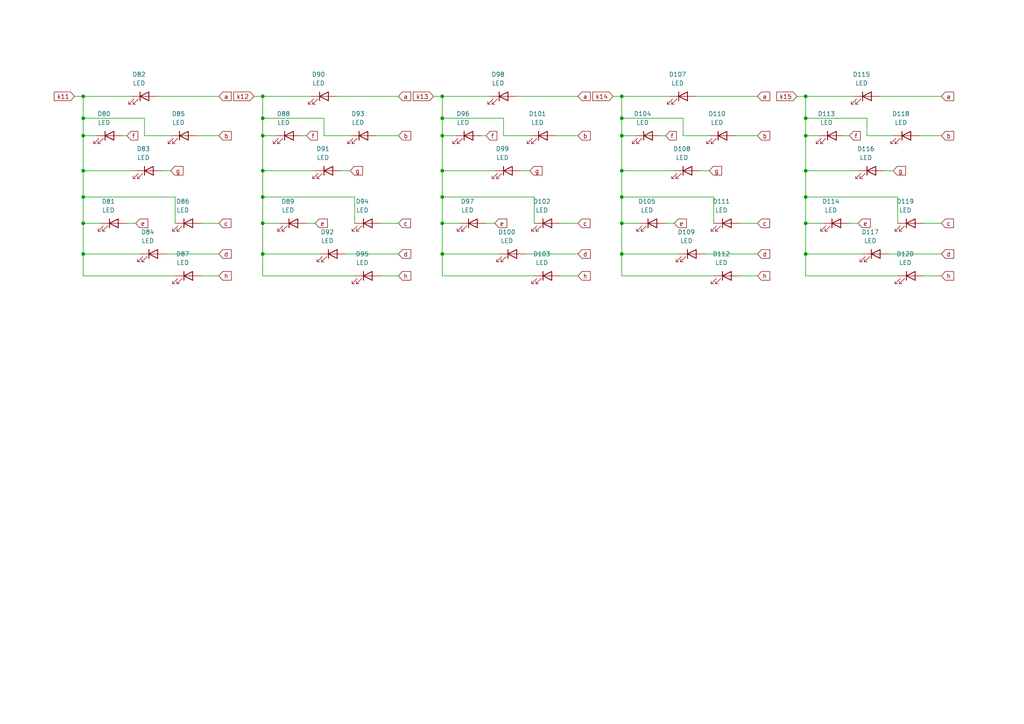
<source format=kicad_sch>
(kicad_sch (version 20231120) (generator "eeschema") (generator_version "8.0")
  (paper "A4")
  (lib_symbols
    (symbol "Device:LED" (pin_numbers hide) (pin_names (offset 1.016) hide)
      (property "Reference" "D" (at 0 2.54 0))
      (property "Value" "LED" (at 0 -2.54 0))
      (symbol "LED_0_1"
        (polyline (pts (xy -1.27 -1.27) (xy -1.27 1.27)) (stroke (width 0.254)))
        (polyline (pts (xy -1.27 0) (xy 1.27 0)))
        (polyline (pts (xy 1.27 -1.27) (xy 1.27 1.27) (xy -1.27 0) (xy 1.27 -1.27)) (stroke (width 0.254)))
        (polyline (pts (xy -3.048 -0.762) (xy -4.572 -2.286) (xy -3.81 -2.286) (xy -4.572 -2.286) (xy -4.572 -1.524)))
        (polyline (pts (xy -1.778 -0.762) (xy -3.302 -2.286) (xy -2.54 -2.286) (xy -3.302 -2.286) (xy -3.302 -1.524)))
      )
      (symbol "LED_1_1"
        (pin passive line (at -3.81 0 0) (length 2.54) (name "K") (number "1"))
        (pin passive line (at 3.81 0 180) (length 2.54) (name "A") (number "2"))
      )
    )
  )
  (junction (at 180.34 57.15))
  (junction (at 76.2 39.37))
  (junction (at 233.68 49.53))
  (junction (at 24.13 34.29))
  (junction (at 128.27 27.94))
  (junction (at 233.68 27.94))
  (junction (at 180.34 39.37))
  (junction (at 24.13 27.94))
  (junction (at 180.34 64.77))
  (junction (at 180.34 34.29))
  (junction (at 76.2 49.53))
  (junction (at 24.13 39.37))
  (junction (at 76.2 27.94))
  (junction (at 128.27 39.37))
  (junction (at 128.27 34.29))
  (junction (at 24.13 64.77))
  (junction (at 128.27 49.53))
  (junction (at 180.34 73.66))
  (junction (at 128.27 64.77))
  (junction (at 76.2 73.66))
  (junction (at 76.2 64.77))
  (junction (at 233.68 39.37))
  (junction (at 233.68 57.15))
  (junction (at 180.34 49.53))
  (junction (at 76.2 57.15))
  (junction (at 180.34 27.94))
  (junction (at 24.13 57.15))
  (junction (at 233.68 34.29))
  (junction (at 128.27 73.66))
  (junction (at 128.27 57.15))
  (junction (at 76.2 34.29))
  (junction (at 24.13 49.53))
  (junction (at 24.13 73.66))
  (junction (at 233.68 64.77))
  (junction (at 233.68 73.66))
  (wire (pts (xy 128.27 57.15) (xy 128.27 49.53)))
  (wire (pts (xy 24.13 64.77) (xy 24.13 57.15)))
  (wire (pts (xy 233.68 34.29) (xy 233.68 27.94)))
  (wire (pts (xy 88.9 64.77) (xy 91.44 64.77)))
  (wire (pts (xy 125.73 27.94) (xy 128.27 27.94)))
  (wire (pts (xy 180.34 49.53) (xy 195.58 49.53)))
  (wire (pts (xy 233.68 49.53) (xy 233.68 39.37)))
  (wire (pts (xy 133.35 64.77) (xy 128.27 64.77)))
  (wire (pts (xy 255.27 27.94) (xy 273.05 27.94)))
  (wire (pts (xy 146.05 34.29) (xy 128.27 34.29)))
  (wire (pts (xy 110.49 80.01) (xy 115.57 80.01)))
  (wire (pts (xy 140.97 64.77) (xy 143.51 64.77)))
  (wire (pts (xy 257.81 73.66) (xy 273.05 73.66)))
  (wire (pts (xy 128.27 64.77) (xy 128.27 57.15)))
  (wire (pts (xy 36.83 64.77) (xy 39.37 64.77)))
  (wire (pts (xy 233.68 39.37) (xy 233.68 34.29)))
  (wire (pts (xy 101.6 39.37) (xy 93.98 39.37)))
  (wire (pts (xy 24.13 34.29) (xy 24.13 27.94)))
  (wire (pts (xy 251.46 39.37) (xy 251.46 34.29)))
  (wire (pts (xy 24.13 49.53) (xy 39.37 49.53)))
  (wire (pts (xy 149.86 27.94) (xy 167.64 27.94)))
  (wire (pts (xy 73.66 27.94) (xy 76.2 27.94)))
  (wire (pts (xy 128.27 27.94) (xy 142.24 27.94)))
  (wire (pts (xy 50.8 80.01) (xy 24.13 80.01)))
  (wire (pts (xy 49.53 39.37) (xy 41.91 39.37)))
  (wire (pts (xy 196.85 73.66) (xy 180.34 73.66)))
  (wire (pts (xy 87.63 39.37) (xy 88.9 39.37)))
  (wire (pts (xy 128.27 80.01) (xy 128.27 73.66)))
  (wire (pts (xy 24.13 49.53) (xy 24.13 39.37)))
  (wire (pts (xy 267.97 80.01) (xy 273.05 80.01)))
  (wire (pts (xy 154.94 64.77) (xy 154.94 57.15)))
  (wire (pts (xy 180.34 39.37) (xy 180.34 34.29)))
  (wire (pts (xy 80.01 39.37) (xy 76.2 39.37)))
  (wire (pts (xy 180.34 27.94) (xy 194.31 27.94)))
  (wire (pts (xy 45.72 27.94) (xy 63.5 27.94)))
  (wire (pts (xy 24.13 27.94) (xy 38.1 27.94)))
  (wire (pts (xy 27.94 39.37) (xy 24.13 39.37)))
  (wire (pts (xy 177.8 27.94) (xy 180.34 27.94)))
  (wire (pts (xy 58.42 80.01) (xy 63.5 80.01)))
  (wire (pts (xy 238.76 64.77) (xy 233.68 64.77)))
  (wire (pts (xy 109.22 39.37) (xy 115.57 39.37)))
  (wire (pts (xy 100.33 73.66) (xy 115.57 73.66)))
  (wire (pts (xy 203.2 49.53) (xy 205.74 49.53)))
  (wire (pts (xy 260.35 64.77) (xy 260.35 57.15)))
  (wire (pts (xy 233.68 49.53) (xy 248.92 49.53)))
  (wire (pts (xy 24.13 39.37) (xy 24.13 34.29)))
  (wire (pts (xy 93.98 39.37) (xy 93.98 34.29)))
  (wire (pts (xy 50.8 57.15) (xy 24.13 57.15)))
  (wire (pts (xy 191.77 39.37) (xy 193.04 39.37)))
  (wire (pts (xy 76.2 34.29) (xy 76.2 27.94)))
  (wire (pts (xy 267.97 64.77) (xy 273.05 64.77)))
  (wire (pts (xy 41.91 39.37) (xy 41.91 34.29)))
  (wire (pts (xy 231.14 27.94) (xy 233.68 27.94)))
  (wire (pts (xy 260.35 80.01) (xy 233.68 80.01)))
  (wire (pts (xy 198.12 39.37) (xy 198.12 34.29)))
  (wire (pts (xy 76.2 80.01) (xy 76.2 73.66)))
  (wire (pts (xy 245.11 39.37) (xy 246.38 39.37)))
  (wire (pts (xy 76.2 49.53) (xy 91.44 49.53)))
  (wire (pts (xy 151.13 49.53) (xy 153.67 49.53)))
  (wire (pts (xy 41.91 34.29) (xy 24.13 34.29)))
  (wire (pts (xy 153.67 39.37) (xy 146.05 39.37)))
  (wire (pts (xy 180.34 34.29) (xy 180.34 27.94)))
  (wire (pts (xy 161.29 39.37) (xy 167.64 39.37)))
  (wire (pts (xy 259.08 39.37) (xy 251.46 39.37)))
  (wire (pts (xy 102.87 80.01) (xy 76.2 80.01)))
  (wire (pts (xy 213.36 39.37) (xy 219.71 39.37)))
  (wire (pts (xy 102.87 57.15) (xy 76.2 57.15)))
  (wire (pts (xy 128.27 34.29) (xy 128.27 27.94)))
  (wire (pts (xy 260.35 57.15) (xy 233.68 57.15)))
  (wire (pts (xy 162.56 64.77) (xy 167.64 64.77)))
  (wire (pts (xy 184.15 39.37) (xy 180.34 39.37)))
  (wire (pts (xy 57.15 39.37) (xy 63.5 39.37)))
  (wire (pts (xy 250.19 73.66) (xy 233.68 73.66)))
  (wire (pts (xy 76.2 49.53) (xy 76.2 39.37)))
  (wire (pts (xy 162.56 80.01) (xy 167.64 80.01)))
  (wire (pts (xy 207.01 57.15) (xy 180.34 57.15)))
  (wire (pts (xy 207.01 80.01) (xy 180.34 80.01)))
  (wire (pts (xy 198.12 34.29) (xy 180.34 34.29)))
  (wire (pts (xy 180.34 80.01) (xy 180.34 73.66)))
  (wire (pts (xy 76.2 73.66) (xy 76.2 64.77)))
  (wire (pts (xy 76.2 27.94) (xy 90.17 27.94)))
  (wire (pts (xy 139.7 39.37) (xy 140.97 39.37)))
  (wire (pts (xy 180.34 73.66) (xy 180.34 64.77)))
  (wire (pts (xy 201.93 27.94) (xy 219.71 27.94)))
  (wire (pts (xy 237.49 39.37) (xy 233.68 39.37)))
  (wire (pts (xy 50.8 64.77) (xy 50.8 57.15)))
  (wire (pts (xy 92.71 73.66) (xy 76.2 73.66)))
  (wire (pts (xy 233.68 27.94) (xy 247.65 27.94)))
  (wire (pts (xy 233.68 73.66) (xy 233.68 64.77)))
  (wire (pts (xy 214.63 64.77) (xy 219.71 64.77)))
  (wire (pts (xy 58.42 64.77) (xy 63.5 64.77)))
  (wire (pts (xy 48.26 73.66) (xy 63.5 73.66)))
  (wire (pts (xy 180.34 49.53) (xy 180.34 39.37)))
  (wire (pts (xy 154.94 57.15) (xy 128.27 57.15)))
  (wire (pts (xy 266.7 39.37) (xy 273.05 39.37)))
  (wire (pts (xy 146.05 39.37) (xy 146.05 34.29)))
  (wire (pts (xy 128.27 49.53) (xy 143.51 49.53)))
  (wire (pts (xy 29.21 64.77) (xy 24.13 64.77)))
  (wire (pts (xy 251.46 34.29) (xy 233.68 34.29)))
  (wire (pts (xy 99.06 49.53) (xy 101.6 49.53)))
  (wire (pts (xy 233.68 57.15) (xy 233.68 49.53)))
  (wire (pts (xy 180.34 57.15) (xy 180.34 49.53)))
  (wire (pts (xy 204.47 73.66) (xy 219.71 73.66)))
  (wire (pts (xy 152.4 73.66) (xy 167.64 73.66)))
  (wire (pts (xy 128.27 39.37) (xy 128.27 34.29)))
  (wire (pts (xy 214.63 80.01) (xy 219.71 80.01)))
  (wire (pts (xy 40.64 73.66) (xy 24.13 73.66)))
  (wire (pts (xy 132.08 39.37) (xy 128.27 39.37)))
  (wire (pts (xy 233.68 64.77) (xy 233.68 57.15)))
  (wire (pts (xy 81.28 64.77) (xy 76.2 64.77)))
  (wire (pts (xy 128.27 73.66) (xy 128.27 64.77)))
  (wire (pts (xy 193.04 64.77) (xy 195.58 64.77)))
  (wire (pts (xy 46.99 49.53) (xy 49.53 49.53)))
  (wire (pts (xy 24.13 73.66) (xy 24.13 64.77)))
  (wire (pts (xy 207.01 64.77) (xy 207.01 57.15)))
  (wire (pts (xy 205.74 39.37) (xy 198.12 39.37)))
  (wire (pts (xy 35.56 39.37) (xy 36.83 39.37)))
  (wire (pts (xy 102.87 64.77) (xy 102.87 57.15)))
  (wire (pts (xy 21.59 27.94) (xy 24.13 27.94)))
  (wire (pts (xy 24.13 80.01) (xy 24.13 73.66)))
  (wire (pts (xy 144.78 73.66) (xy 128.27 73.66)))
  (wire (pts (xy 185.42 64.77) (xy 180.34 64.77)))
  (wire (pts (xy 76.2 39.37) (xy 76.2 34.29)))
  (wire (pts (xy 76.2 64.77) (xy 76.2 57.15)))
  (wire (pts (xy 233.68 80.01) (xy 233.68 73.66)))
  (wire (pts (xy 24.13 57.15) (xy 24.13 49.53)))
  (wire (pts (xy 110.49 64.77) (xy 115.57 64.77)))
  (wire (pts (xy 76.2 57.15) (xy 76.2 49.53)))
  (wire (pts (xy 246.38 64.77) (xy 248.92 64.77)))
  (wire (pts (xy 180.34 64.77) (xy 180.34 57.15)))
  (wire (pts (xy 97.79 27.94) (xy 115.57 27.94)))
  (wire (pts (xy 93.98 34.29) (xy 76.2 34.29)))
  (wire (pts (xy 154.94 80.01) (xy 128.27 80.01)))
  (wire (pts (xy 256.54 49.53) (xy 259.08 49.53)))
  (wire (pts (xy 128.27 49.53) (xy 128.27 39.37)))
  (global_label "h" (shape input) (at 115.57 80.01 0) (property "Intersheetrefs" "${INTERSHEET_REFS}" (effects (hide yes))))
  (global_label "k14" (shape input) (at 177.8 27.94 180) (property "Intersheetrefs" "${INTERSHEET_REFS}" (effects (hide yes))))
  (global_label "h" (shape input) (at 273.05 80.01 0) (property "Intersheetrefs" "${INTERSHEET_REFS}" (effects (hide yes))))
  (global_label "h" (shape input) (at 167.64 80.01 0) (property "Intersheetrefs" "${INTERSHEET_REFS}" (effects (hide yes))))
  (global_label "k12" (shape input) (at 73.66 27.94 180) (property "Intersheetrefs" "${INTERSHEET_REFS}" (effects (hide yes))))
  (global_label "b" (shape input) (at 115.57 39.37 0) (property "Intersheetrefs" "${INTERSHEET_REFS}" (effects (hide yes))))
  (global_label "b" (shape input) (at 167.64 39.37 0) (property "Intersheetrefs" "${INTERSHEET_REFS}" (effects (hide yes))))
  (global_label "f" (shape input) (at 140.97 39.37 0) (property "Intersheetrefs" "${INTERSHEET_REFS}" (effects (hide yes))))
  (global_label "e" (shape input) (at 91.44 64.77 0) (property "Intersheetrefs" "${INTERSHEET_REFS}" (effects (hide yes))))
  (global_label "g" (shape input) (at 101.6 49.53 0) (property "Intersheetrefs" "${INTERSHEET_REFS}" (effects (hide yes))))
  (global_label "d" (shape input) (at 115.57 73.66 0) (property "Intersheetrefs" "${INTERSHEET_REFS}" (effects (hide yes))))
  (global_label "k15" (shape input) (at 231.14 27.94 180) (property "Intersheetrefs" "${INTERSHEET_REFS}" (effects (hide yes))))
  (global_label "k13" (shape input) (at 125.73 27.94 180) (property "Intersheetrefs" "${INTERSHEET_REFS}" (effects (hide yes))))
  (global_label "c" (shape input) (at 219.71 64.77 0) (property "Intersheetrefs" "${INTERSHEET_REFS}" (effects (hide yes))))
  (global_label "c" (shape input) (at 63.5 64.77 0) (property "Intersheetrefs" "${INTERSHEET_REFS}" (effects (hide yes))))
  (global_label "a" (shape input) (at 167.64 27.94 0) (property "Intersheetrefs" "${INTERSHEET_REFS}" (effects (hide yes))))
  (global_label "b" (shape input) (at 63.5 39.37 0) (property "Intersheetrefs" "${INTERSHEET_REFS}" (effects (hide yes))))
  (global_label "k11" (shape input) (at 21.59 27.94 180) (property "Intersheetrefs" "${INTERSHEET_REFS}" (effects (hide yes))))
  (global_label "a" (shape input) (at 273.05 27.94 0) (property "Intersheetrefs" "${INTERSHEET_REFS}" (effects (hide yes))))
  (global_label "h" (shape input) (at 219.71 80.01 0) (property "Intersheetrefs" "${INTERSHEET_REFS}" (effects (hide yes))))
  (global_label "a" (shape input) (at 115.57 27.94 0) (property "Intersheetrefs" "${INTERSHEET_REFS}" (effects (hide yes))))
  (global_label "c" (shape input) (at 115.57 64.77 0) (property "Intersheetrefs" "${INTERSHEET_REFS}" (effects (hide yes))))
  (global_label "d" (shape input) (at 273.05 73.66 0) (property "Intersheetrefs" "${INTERSHEET_REFS}" (effects (hide yes))))
  (global_label "e" (shape input) (at 195.58 64.77 0) (property "Intersheetrefs" "${INTERSHEET_REFS}" (effects (hide yes))))
  (global_label "f" (shape input) (at 193.04 39.37 0) (property "Intersheetrefs" "${INTERSHEET_REFS}" (effects (hide yes))))
  (global_label "d" (shape input) (at 63.5 73.66 0) (property "Intersheetrefs" "${INTERSHEET_REFS}" (effects (hide yes))))
  (global_label "h" (shape input) (at 63.5 80.01 0) (property "Intersheetrefs" "${INTERSHEET_REFS}" (effects (hide yes))))
  (global_label "f" (shape input) (at 88.9 39.37 0) (property "Intersheetrefs" "${INTERSHEET_REFS}" (effects (hide yes))))
  (global_label "g" (shape input) (at 153.67 49.53 0) (property "Intersheetrefs" "${INTERSHEET_REFS}" (effects (hide yes))))
  (global_label "c" (shape input) (at 273.05 64.77 0) (property "Intersheetrefs" "${INTERSHEET_REFS}" (effects (hide yes))))
  (global_label "e" (shape input) (at 143.51 64.77 0) (property "Intersheetrefs" "${INTERSHEET_REFS}" (effects (hide yes))))
  (global_label "e" (shape input) (at 39.37 64.77 0) (property "Intersheetrefs" "${INTERSHEET_REFS}" (effects (hide yes))))
  (global_label "g" (shape input) (at 49.53 49.53 0) (property "Intersheetrefs" "${INTERSHEET_REFS}" (effects (hide yes))))
  (global_label "a" (shape input) (at 219.71 27.94 0) (property "Intersheetrefs" "${INTERSHEET_REFS}" (effects (hide yes))))
  (global_label "f" (shape input) (at 246.38 39.37 0) (property "Intersheetrefs" "${INTERSHEET_REFS}" (effects (hide yes))))
  (global_label "e" (shape input) (at 248.92 64.77 0) (property "Intersheetrefs" "${INTERSHEET_REFS}" (effects (hide yes))))
  (global_label "a" (shape input) (at 63.5 27.94 0) (property "Intersheetrefs" "${INTERSHEET_REFS}" (effects (hide yes))))
  (global_label "d" (shape input) (at 219.71 73.66 0) (property "Intersheetrefs" "${INTERSHEET_REFS}" (effects (hide yes))))
  (global_label "b" (shape input) (at 219.71 39.37 0) (property "Intersheetrefs" "${INTERSHEET_REFS}" (effects (hide yes))))
  (global_label "d" (shape input) (at 167.64 73.66 0) (property "Intersheetrefs" "${INTERSHEET_REFS}" (effects (hide yes))))
  (global_label "g" (shape input) (at 205.74 49.53 0) (property "Intersheetrefs" "${INTERSHEET_REFS}" (effects (hide yes))))
  (global_label "f" (shape input) (at 36.83 39.37 0) (property "Intersheetrefs" "${INTERSHEET_REFS}" (effects (hide yes))))
  (global_label "g" (shape input) (at 259.08 49.53 0) (property "Intersheetrefs" "${INTERSHEET_REFS}" (effects (hide yes))))
  (global_label "c" (shape input) (at 167.64 64.77 0) (property "Intersheetrefs" "${INTERSHEET_REFS}" (effects (hide yes))))
  (global_label "b" (shape input) (at 273.05 39.37 0) (property "Intersheetrefs" "${INTERSHEET_REFS}" (effects (hide yes))))
  (symbol (lib_id "Device:LED") (at 264.16 80.01 0) (unit 1)
    (property "Reference" "D120" (at 262.5725 73.66 0))
    (property "Value" "LED" (at 262.5725 76.2 0))
    (property "Footprint" "LED_SMD:LED_0402_1005Metric" (effects (hide yes)))
    (property "Description" "Light emitting diode" (effects (hide yes)))
  )
  (symbol (lib_id "Device:LED") (at 135.89 39.37 0) (unit 1)
    (property "Reference" "D96" (at 134.3025 33.02 0))
    (property "Value" "LED" (at 134.3025 35.56 0))
    (property "Footprint" "LED_SMD:LED_0402_1005Metric" (effects (hide yes)))
    (property "Description" "Light emitting diode" (effects (hide yes)))
  )
  (symbol (lib_id "Device:LED") (at 85.09 64.77 0) (unit 1)
    (property "Reference" "D89" (at 83.5025 58.42 0))
    (property "Value" "LED" (at 83.5025 60.96 0))
    (property "Footprint" "LED_SMD:LED_0402_1005Metric" (effects (hide yes)))
    (property "Description" "Light emitting diode" (effects (hide yes)))
  )
  (symbol (lib_id "Device:LED") (at 53.34 39.37 0) (unit 1)
    (property "Reference" "D85" (at 51.7525 33.02 0))
    (property "Value" "LED" (at 51.7525 35.56 0))
    (property "Footprint" "LED_SMD:LED_0402_1005Metric" (effects (hide yes)))
    (property "Description" "Light emitting diode" (effects (hide yes)))
  )
  (symbol (lib_id "Device:LED") (at 31.75 39.37 0) (unit 1)
    (property "Reference" "D80" (at 30.1625 33.02 0))
    (property "Value" "LED" (at 30.1625 35.56 0))
    (property "Footprint" "LED_SMD:LED_0402_1005Metric" (effects (hide yes)))
    (property "Description" "Light emitting diode" (effects (hide yes)))
  )
  (symbol (lib_id "Device:LED") (at 209.55 39.37 0) (unit 1)
    (property "Reference" "D110" (at 207.9625 33.02 0))
    (property "Value" "LED" (at 207.9625 35.56 0))
    (property "Footprint" "LED_SMD:LED_0402_1005Metric" (effects (hide yes)))
    (property "Description" "Light emitting diode" (effects (hide yes)))
  )
  (symbol (lib_id "Device:LED") (at 146.05 27.94 0) (unit 1)
    (property "Reference" "D98" (at 144.4625 21.59 0))
    (property "Value" "LED" (at 144.4625 24.13 0))
    (property "Footprint" "LED_SMD:LED_0402_1005Metric" (effects (hide yes)))
    (property "Description" "Light emitting diode" (effects (hide yes)))
  )
  (symbol (lib_id "Device:LED") (at 210.82 80.01 0) (unit 1)
    (property "Reference" "D112" (at 209.2325 73.66 0))
    (property "Value" "LED" (at 209.2325 76.2 0))
    (property "Footprint" "LED_SMD:LED_0402_1005Metric" (effects (hide yes)))
    (property "Description" "Light emitting diode" (effects (hide yes)))
  )
  (symbol (lib_id "Device:LED") (at 199.39 49.53 0) (unit 1)
    (property "Reference" "D108" (at 197.8025 43.18 0))
    (property "Value" "LED" (at 197.8025 45.72 0))
    (property "Footprint" "LED_SMD:LED_0402_1005Metric" (effects (hide yes)))
    (property "Description" "Light emitting diode" (effects (hide yes)))
  )
  (symbol (lib_id "Device:LED") (at 200.66 73.66 0) (unit 1)
    (property "Reference" "D109" (at 199.0725 67.31 0))
    (property "Value" "LED" (at 199.0725 69.85 0))
    (property "Footprint" "LED_SMD:LED_0402_1005Metric" (effects (hide yes)))
    (property "Description" "Light emitting diode" (effects (hide yes)))
  )
  (symbol (lib_id "Device:LED") (at 106.68 80.01 0) (unit 1)
    (property "Reference" "D95" (at 105.0925 73.66 0))
    (property "Value" "LED" (at 105.0925 76.2 0))
    (property "Footprint" "LED_SMD:LED_0402_1005Metric" (effects (hide yes)))
    (property "Description" "Light emitting diode" (effects (hide yes)))
  )
  (symbol (lib_id "Device:LED") (at 44.45 73.66 0) (unit 1)
    (property "Reference" "D84" (at 42.8625 67.31 0))
    (property "Value" "LED" (at 42.8625 69.85 0))
    (property "Footprint" "LED_SMD:LED_0402_1005Metric" (effects (hide yes)))
    (property "Description" "Light emitting diode" (effects (hide yes)))
  )
  (symbol (lib_id "Device:LED") (at 43.18 49.53 0) (unit 1)
    (property "Reference" "D83" (at 41.5925 43.18 0))
    (property "Value" "LED" (at 41.5925 45.72 0))
    (property "Footprint" "LED_SMD:LED_0402_1005Metric" (effects (hide yes)))
    (property "Description" "Light emitting diode" (effects (hide yes)))
  )
  (symbol (lib_id "Device:LED") (at 242.57 64.77 0) (unit 1)
    (property "Reference" "D114" (at 240.9825 58.42 0))
    (property "Value" "LED" (at 240.9825 60.96 0))
    (property "Footprint" "LED_SMD:LED_0402_1005Metric" (effects (hide yes)))
    (property "Description" "Light emitting diode" (effects (hide yes)))
  )
  (symbol (lib_id "Device:LED") (at 187.96 39.37 0) (unit 1)
    (property "Reference" "D104" (at 186.3725 33.02 0))
    (property "Value" "LED" (at 186.3725 35.56 0))
    (property "Footprint" "LED_SMD:LED_0402_1005Metric" (effects (hide yes)))
    (property "Description" "Light emitting diode" (effects (hide yes)))
  )
  (symbol (lib_id "Device:LED") (at 54.61 64.77 0) (unit 1)
    (property "Reference" "D86" (at 53.0225 58.42 0))
    (property "Value" "LED" (at 53.0225 60.96 0))
    (property "Footprint" "LED_SMD:LED_0402_1005Metric" (effects (hide yes)))
    (property "Description" "Light emitting diode" (effects (hide yes)))
  )
  (symbol (lib_id "Device:LED") (at 137.16 64.77 0) (unit 1)
    (property "Reference" "D97" (at 135.5725 58.42 0))
    (property "Value" "LED" (at 135.5725 60.96 0))
    (property "Footprint" "LED_SMD:LED_0402_1005Metric" (effects (hide yes)))
    (property "Description" "Light emitting diode" (effects (hide yes)))
  )
  (symbol (lib_id "Device:LED") (at 262.89 39.37 0) (unit 1)
    (property "Reference" "D118" (at 261.3025 33.02 0))
    (property "Value" "LED" (at 261.3025 35.56 0))
    (property "Footprint" "LED_SMD:LED_0402_1005Metric" (effects (hide yes)))
    (property "Description" "Light emitting diode" (effects (hide yes)))
  )
  (symbol (lib_id "Device:LED") (at 254 73.66 0) (unit 1)
    (property "Reference" "D117" (at 252.4125 67.31 0))
    (property "Value" "LED" (at 252.4125 69.85 0))
    (property "Footprint" "LED_SMD:LED_0402_1005Metric" (effects (hide yes)))
    (property "Description" "Light emitting diode" (effects (hide yes)))
  )
  (symbol (lib_id "Device:LED") (at 252.73 49.53 0) (unit 1)
    (property "Reference" "D116" (at 251.1425 43.18 0))
    (property "Value" "LED" (at 251.1425 45.72 0))
    (property "Footprint" "LED_SMD:LED_0402_1005Metric" (effects (hide yes)))
    (property "Description" "Light emitting diode" (effects (hide yes)))
  )
  (symbol (lib_id "Device:LED") (at 148.59 73.66 0) (unit 1)
    (property "Reference" "D100" (at 147.0025 67.31 0))
    (property "Value" "LED" (at 147.0025 69.85 0))
    (property "Footprint" "LED_SMD:LED_0402_1005Metric" (effects (hide yes)))
    (property "Description" "Light emitting diode" (effects (hide yes)))
  )
  (symbol (lib_id "Device:LED") (at 241.3 39.37 0) (unit 1)
    (property "Reference" "D113" (at 239.7125 33.02 0))
    (property "Value" "LED" (at 239.7125 35.56 0))
    (property "Footprint" "LED_SMD:LED_0402_1005Metric" (effects (hide yes)))
    (property "Description" "Light emitting diode" (effects (hide yes)))
  )
  (symbol (lib_id "Device:LED") (at 157.48 39.37 0) (unit 1)
    (property "Reference" "D101" (at 155.8925 33.02 0))
    (property "Value" "LED" (at 155.8925 35.56 0))
    (property "Footprint" "LED_SMD:LED_0402_1005Metric" (effects (hide yes)))
    (property "Description" "Light emitting diode" (effects (hide yes)))
  )
  (symbol (lib_id "Device:LED") (at 147.32 49.53 0) (unit 1)
    (property "Reference" "D99" (at 145.7325 43.18 0))
    (property "Value" "LED" (at 145.7325 45.72 0))
    (property "Footprint" "LED_SMD:LED_0402_1005Metric" (effects (hide yes)))
    (property "Description" "Light emitting diode" (effects (hide yes)))
  )
  (symbol (lib_id "Device:LED") (at 106.68 64.77 0) (unit 1)
    (property "Reference" "D94" (at 105.0925 58.42 0))
    (property "Value" "LED" (at 105.0925 60.96 0))
    (property "Footprint" "LED_SMD:LED_0402_1005Metric" (effects (hide yes)))
    (property "Description" "Light emitting diode" (effects (hide yes)))
  )
  (symbol (lib_id "Device:LED") (at 105.41 39.37 0) (unit 1)
    (property "Reference" "D93" (at 103.8225 33.02 0))
    (property "Value" "LED" (at 103.8225 35.56 0))
    (property "Footprint" "LED_SMD:LED_0402_1005Metric" (effects (hide yes)))
    (property "Description" "Light emitting diode" (effects (hide yes)))
  )
  (symbol (lib_id "Device:LED") (at 96.52 73.66 0) (unit 1)
    (property "Reference" "D92" (at 94.9325 67.31 0))
    (property "Value" "LED" (at 94.9325 69.85 0))
    (property "Footprint" "LED_SMD:LED_0402_1005Metric" (effects (hide yes)))
    (property "Description" "Light emitting diode" (effects (hide yes)))
  )
  (symbol (lib_id "Device:LED") (at 210.82 64.77 0) (unit 1)
    (property "Reference" "D111" (at 209.2325 58.42 0))
    (property "Value" "LED" (at 209.2325 60.96 0))
    (property "Footprint" "LED_SMD:LED_0402_1005Metric" (effects (hide yes)))
    (property "Description" "Light emitting diode" (effects (hide yes)))
  )
  (symbol (lib_id "Device:LED") (at 93.98 27.94 0) (unit 1)
    (property "Reference" "D90" (at 92.3925 21.59 0))
    (property "Value" "LED" (at 92.3925 24.13 0))
    (property "Footprint" "LED_SMD:LED_0402_1005Metric" (effects (hide yes)))
    (property "Description" "Light emitting diode" (effects (hide yes)))
  )
  (symbol (lib_id "Device:LED") (at 33.02 64.77 0) (unit 1)
    (property "Reference" "D81" (at 31.4325 58.42 0))
    (property "Value" "LED" (at 31.4325 60.96 0))
    (property "Footprint" "LED_SMD:LED_0402_1005Metric" (effects (hide yes)))
    (property "Description" "Light emitting diode" (effects (hide yes)))
  )
  (symbol (lib_id "Device:LED") (at 251.46 27.94 0) (unit 1)
    (property "Reference" "D115" (at 249.8725 21.59 0))
    (property "Value" "LED" (at 249.8725 24.13 0))
    (property "Footprint" "LED_SMD:LED_0402_1005Metric" (effects (hide yes)))
    (property "Description" "Light emitting diode" (effects (hide yes)))
  )
  (symbol (lib_id "Device:LED") (at 83.82 39.37 0) (unit 1)
    (property "Reference" "D88" (at 82.2325 33.02 0))
    (property "Value" "LED" (at 82.2325 35.56 0))
    (property "Footprint" "LED_SMD:LED_0402_1005Metric" (effects (hide yes)))
    (property "Description" "Light emitting diode" (effects (hide yes)))
  )
  (symbol (lib_id "Device:LED") (at 158.75 80.01 0) (unit 1)
    (property "Reference" "D103" (at 157.1625 73.66 0))
    (property "Value" "LED" (at 157.1625 76.2 0))
    (property "Footprint" "LED_SMD:LED_0402_1005Metric" (effects (hide yes)))
    (property "Description" "Light emitting diode" (effects (hide yes)))
  )
  (symbol (lib_id "Device:LED") (at 198.12 27.94 0) (unit 1)
    (property "Reference" "D107" (at 196.5325 21.59 0))
    (property "Value" "LED" (at 196.5325 24.13 0))
    (property "Footprint" "LED_SMD:LED_0402_1005Metric" (effects (hide yes)))
    (property "Description" "Light emitting diode" (effects (hide yes)))
  )
  (symbol (lib_id "Device:LED") (at 54.61 80.01 0) (unit 1)
    (property "Reference" "D87" (at 53.0225 73.66 0))
    (property "Value" "LED" (at 53.0225 76.2 0))
    (property "Footprint" "LED_SMD:LED_0402_1005Metric" (effects (hide yes)))
    (property "Description" "Light emitting diode" (effects (hide yes)))
  )
  (symbol (lib_id "Device:LED") (at 95.25 49.53 0) (unit 1)
    (property "Reference" "D91" (at 93.6625 43.18 0))
    (property "Value" "LED" (at 93.6625 45.72 0))
    (property "Footprint" "LED_SMD:LED_0402_1005Metric" (effects (hide yes)))
    (property "Description" "Light emitting diode" (effects (hide yes)))
  )
  (symbol (lib_id "Device:LED") (at 189.23 64.77 0) (unit 1)
    (property "Reference" "D105" (at 187.6425 58.42 0))
    (property "Value" "LED" (at 187.6425 60.96 0))
    (property "Footprint" "LED_SMD:LED_0402_1005Metric" (effects (hide yes)))
    (property "Description" "Light emitting diode" (effects (hide yes)))
  )
  (symbol (lib_id "Device:LED") (at 264.16 64.77 0) (unit 1)
    (property "Reference" "D119" (at 262.5725 58.42 0))
    (property "Value" "LED" (at 262.5725 60.96 0))
    (property "Footprint" "LED_SMD:LED_0402_1005Metric" (effects (hide yes)))
    (property "Description" "Light emitting diode" (effects (hide yes)))
  )
  (symbol (lib_id "Device:LED") (at 158.75 64.77 0) (unit 1)
    (property "Reference" "D102" (at 157.1625 58.42 0))
    (property "Value" "LED" (at 157.1625 60.96 0))
    (property "Footprint" "LED_SMD:LED_0402_1005Metric" (effects (hide yes)))
    (property "Description" "Light emitting diode" (effects (hide yes)))
  )
  (symbol (lib_id "Device:LED") (at 41.91 27.94 0) (unit 1)
    (property "Reference" "D82" (at 40.3225 21.59 0))
    (property "Value" "LED" (at 40.3225 24.13 0))
    (property "Footprint" "LED_SMD:LED_0402_1005Metric" (effects (hide yes)))
    (property "Description" "Light emitting diode" (effects (hide yes)))
  )
)
</source>
